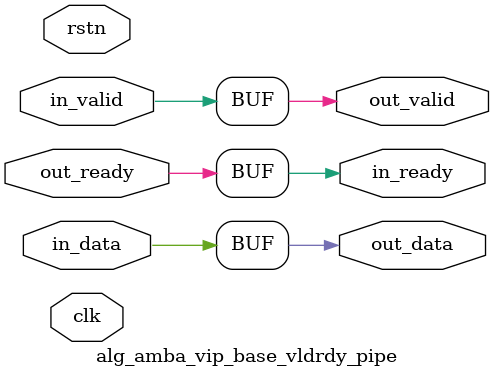
<source format=sv>

module alg_amba_vip_base_vldrdy_pipe #(
  parameter RSTPOL            = 0,
  parameter NO_PIPE           = 1,
  parameter DATA_WIDTH        = 1
)(
  
  input  logic                      rstn,
  input  logic                      clk,
  
  input  logic                      in_valid,
  input  logic  [DATA_WIDTH-1:0]    in_data,
  output logic                      in_ready,
  
  output logic                      out_valid,
  output logic  [DATA_WIDTH-1:0]    out_data,
  input  logic                      out_ready
);

logic                  buf1_valid;
logic                  buf1_ready;
logic [DATA_WIDTH-1:0] buf1_data;
logic                  buf2_valid;
logic [DATA_WIDTH-1:0] buf2_data;
logic                  buf2_ready;

logic                  next_output;

generate

if (NO_PIPE == 1) begin: G_NO_PIPE

  assign out_valid = in_valid;
  assign out_data  = in_data;
  assign in_ready  = out_ready;

end else begin: G_PIPE

  
  assign next_output = (buf1_valid || buf2_valid) && (!out_valid || out_ready);
  assign buf1_ready  = next_output && !buf2_valid;
  assign buf2_ready  = next_output && buf2_valid;
  always_ff @(posedge clk) begin
    if (rstn == RSTPOL) begin
      out_valid <= 1'b0;
      out_data  <= '0;
    end else begin
      if (next_output) begin
        out_valid <= 1'b1;
        out_data  <= buf2_valid ? buf2_data : buf1_data;
      end else begin
        if (out_ready) begin
          out_valid <= 1'b0;
        end
      end
    end
  end

  
  always_ff @(posedge clk) begin
    if (rstn == RSTPOL) begin
      in_ready    <= 1'b0;
      buf1_valid  <= 1'b0;
      buf1_data   <= '0;
      buf2_valid  <= 1'b0;
      buf2_data   <= '0;
    end else begin

      
      in_ready  <= 1'b0;
      if (!buf1_valid || buf1_ready) begin
        in_ready  <= 1'b1;
      end

      
      if (in_valid && in_ready) begin
        buf1_valid  <= 1'b1;
        buf1_data   <= in_data;
        if (buf1_valid && !buf1_ready) begin
          buf2_valid  <= 1'b1;
        end
        buf2_data   <= buf1_data;
      end else begin
        if (buf1_ready) begin
          buf1_valid  <= 1'b0;
        end
        if (buf2_ready) begin
          buf2_valid  <= 1'b0;
        end
      end
    end
  end

end
endgenerate

endmodule

</source>
